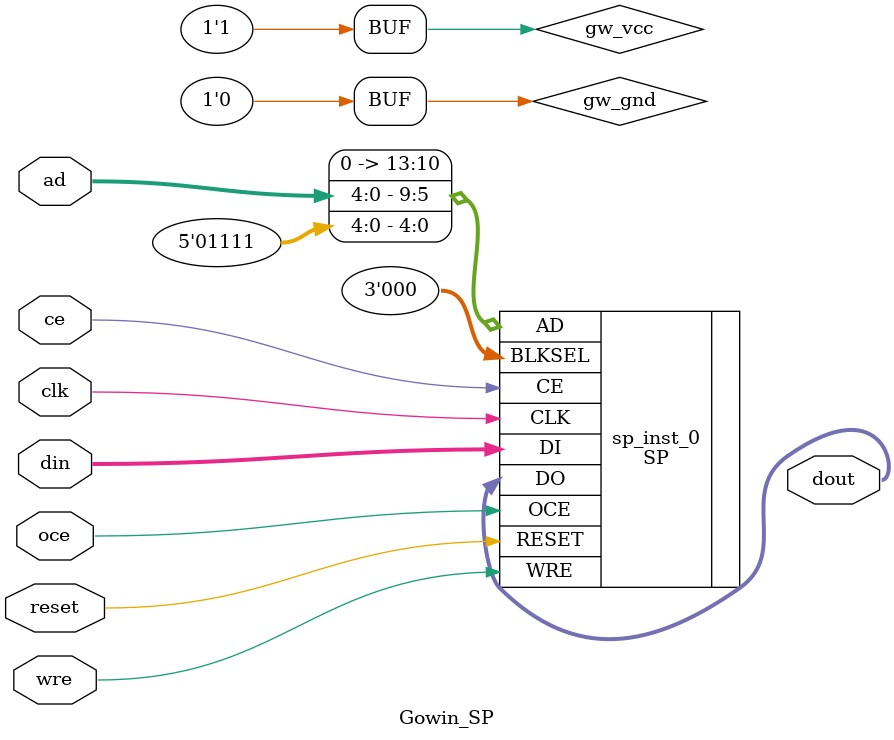
<source format=v>

module Gowin_SP (dout, clk, oce, ce, reset, wre, ad, din);

output [31:0] dout;
input clk;
input oce;
input ce;
input reset;
input wre;
input [4:0] ad;
input [31:0] din;

wire gw_vcc;
wire gw_gnd;

assign gw_vcc = 1'b1;
assign gw_gnd = 1'b0;

SP sp_inst_0 (
    .DO(dout[31:0]),
    .CLK(clk),
    .OCE(oce),
    .CE(ce),
    .RESET(reset),
    .WRE(wre),
    .BLKSEL({gw_gnd,gw_gnd,gw_gnd}),
    .AD({gw_gnd,gw_gnd,gw_gnd,gw_gnd,ad[4:0],gw_gnd,gw_vcc,gw_vcc,gw_vcc,gw_vcc}),
    .DI(din[31:0])
);

defparam sp_inst_0.READ_MODE = 1'b0;
defparam sp_inst_0.WRITE_MODE = 2'b00;
defparam sp_inst_0.BIT_WIDTH = 32;
defparam sp_inst_0.BLK_SEL = 3'b000;
defparam sp_inst_0.RESET_MODE = "SYNC";

endmodule //Gowin_SP

</source>
